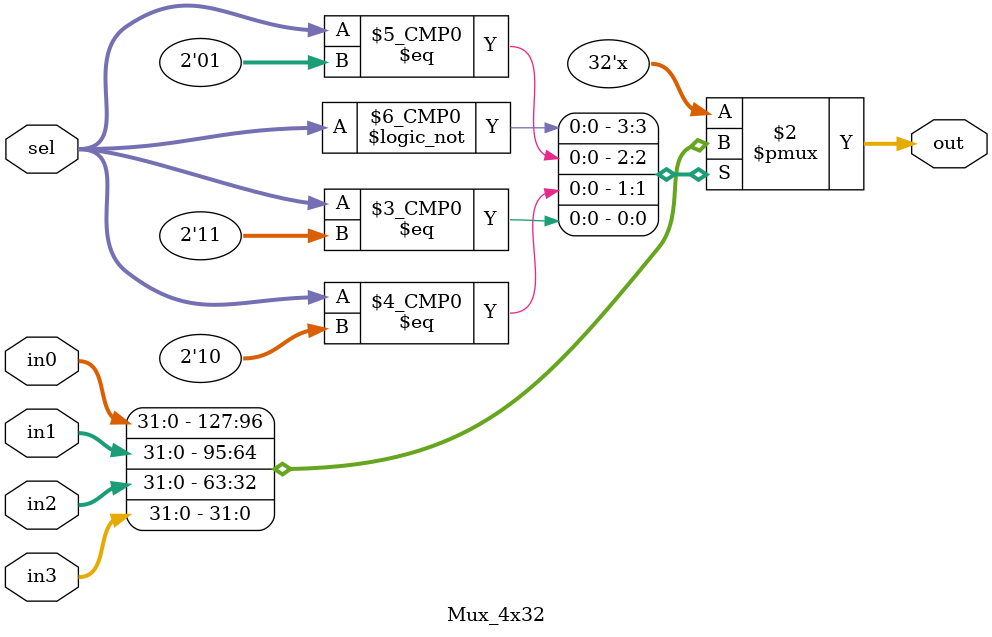
<source format=v>
module Data_Memory_16384x32 (
    addr, writeData, MemWrite, MemRead, clk, readData
);
    // Here we use 2^14 (16384) * 4byte as data memory
    input [31:0]addr;
    input [31:0]writeData;
    input MemWrite, MemRead, clk;
    output [31:0]readData;
    // reg [31:0] data [16383:0];
    wire [3:0]decoded_CEB;
    wire [31:0] data_out [3:0];
    reg [1:0] sel;
    Decoder_2to4 decoder(.I(addr[15:14]), .D(decoded_CEB));

    TS1N28HPCPL2LVTB4096X32M4MWBASO ram0 (
            .SLP({1'b0}), .SD({1'b0}),
            .CLK(clk), .CEB(~decoded_CEB[0]), .WEB(~MemWrite),
            .CEBM({1'b0}), .WEBM({1'b1}),
            .AWT({1'b0}),
            .A(addr[13:2]), .D(writeData),
            .BWEB({32'h00000000}),
            .AM({12'h000}), .DM(writeData), 
            .BWEBM({32'h00000000}),
            .BIST({1'b0}),
            .Q(data_out[0]));
    TS1N28HPCPL2LVTB4096X32M4MWBASO ram1 (
            .SLP({1'b0}), .SD({1'b0}),
            .CLK(clk), .CEB(~decoded_CEB[1]), .WEB(~MemWrite),
            .CEBM({1'b0}), .WEBM({1'b1}),
            .AWT({1'b0}),
            .A(addr[13:2]), .D(writeData),
            .BWEB({32'h00000000}),
            .AM({12'h000}), .DM(writeData), 
            .BWEBM({32'h00000000}),
            .BIST({1'b0}),
            .Q(data_out[1]));
    TS1N28HPCPL2LVTB4096X32M4MWBASO ram2 (
            .SLP({1'b0}), .SD({1'b0}),
            .CLK(clk), .CEB(~decoded_CEB[2]), .WEB(~MemWrite),
            .CEBM({1'b0}), .WEBM({1'b1}),
            .AWT({1'b0}),
            .A(addr[13:2]), .D(writeData),
            .BWEB({32'h00000000}),
            .AM({12'h000}), .DM(writeData), 
            .BWEBM({32'h00000000}),
            .BIST({1'b0}),
            .Q(data_out[2]));
    TS1N28HPCPL2LVTB4096X32M4MWBASO ram3 (
            .SLP({1'b0}), .SD({1'b0}),
            .CLK(clk), .CEB(~decoded_CEB[3]), .WEB(~MemWrite),
            .CEBM({1'b0}), .WEBM({1'b1}),
            .AWT({1'b0}),
            .A(addr[13:2]), .D(writeData),
            .BWEB({32'h00000000}),
            .AM({12'h000}), .DM(writeData), 
            .BWEBM({32'h00000000}),
            .BIST({1'b0}),
            .Q(data_out[3]));
    Mux_4x32 mux(.in3(data_out[3]),.in2(data_out[2]),.in1(data_out[1]),.in0(data_out[0]), .sel(sel), .out(readData));
    always @(posedge clk) begin
        sel = addr[15:14];
    end
endmodule

module Decoder_2to4(I, D);
    input [1:0] I;
    output reg [3:0] D;
    always @(*) begin
        D = 4'b0000;
        D[I] = 1'b1;
    end
endmodule

module Mux_4x32(in3,in2,in1,in0, sel, out);
    input [31:0] in3;
    input [31:0] in2;
    input [31:0] in1;
    input [31:0] in0;
    input [1:0] sel;
    output reg [31:0] out;
    always @(*) begin
        case(sel)
            2'b00:
            out = in0;
            2'b01:
            out = in1;
            2'b10:
            out = in2;
            2'b11:
            out = in3;
            default:begin
            end
        endcase
        
    end
endmodule
</source>
